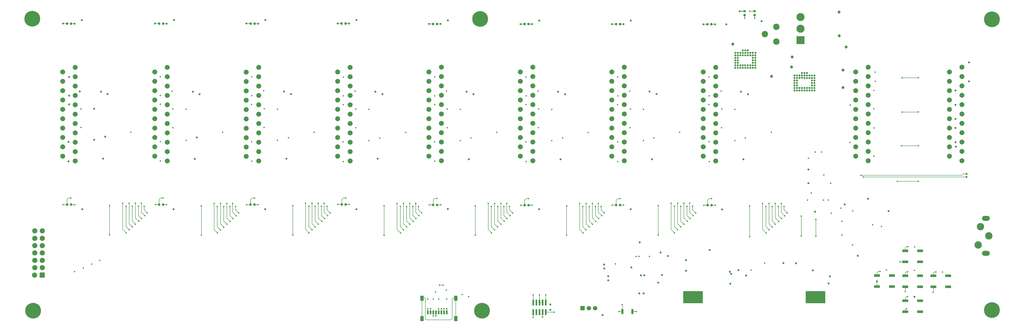
<source format=gbr>
G04 #@! TF.GenerationSoftware,KiCad,Pcbnew,5.1.6-c6e7f7d~87~ubuntu18.04.1*
G04 #@! TF.CreationDate,2020-10-17T10:37:56+01:00*
G04 #@! TF.ProjectId,ossw,6f737377-2e6b-4696-9361-645f70636258,1.1*
G04 #@! TF.SameCoordinates,Original*
G04 #@! TF.FileFunction,Copper,L1,Top*
G04 #@! TF.FilePolarity,Positive*
%FSLAX46Y46*%
G04 Gerber Fmt 4.6, Leading zero omitted, Abs format (unit mm)*
G04 Created by KiCad (PCBNEW 5.1.6-c6e7f7d~87~ubuntu18.04.1) date 2020-10-17 10:37:56*
%MOMM*%
%LPD*%
G01*
G04 APERTURE LIST*
G04 #@! TA.AperFunction,WasherPad*
%ADD10O,3.200000X2.000000*%
G04 #@! TD*
G04 #@! TA.AperFunction,ComponentPad*
%ADD11C,3.000000*%
G04 #@! TD*
G04 #@! TA.AperFunction,ComponentPad*
%ADD12C,2.100000*%
G04 #@! TD*
G04 #@! TA.AperFunction,SMDPad,CuDef*
%ADD13R,0.800000X1.500000*%
G04 #@! TD*
G04 #@! TA.AperFunction,SMDPad,CuDef*
%ADD14R,1.450000X2.000000*%
G04 #@! TD*
G04 #@! TA.AperFunction,SMDPad,CuDef*
%ADD15R,8.000000X5.000000*%
G04 #@! TD*
G04 #@! TA.AperFunction,ComponentPad*
%ADD16C,0.800000*%
G04 #@! TD*
G04 #@! TA.AperFunction,ComponentPad*
%ADD17C,6.400000*%
G04 #@! TD*
G04 #@! TA.AperFunction,ComponentPad*
%ADD18C,1.998980*%
G04 #@! TD*
G04 #@! TA.AperFunction,ComponentPad*
%ADD19R,3.300000X3.300000*%
G04 #@! TD*
G04 #@! TA.AperFunction,ComponentPad*
%ADD20C,3.300000*%
G04 #@! TD*
G04 #@! TA.AperFunction,SMDPad,CuDef*
%ADD21R,0.740000X2.400000*%
G04 #@! TD*
G04 #@! TA.AperFunction,SMDPad,CuDef*
%ADD22R,0.900000X2.000000*%
G04 #@! TD*
G04 #@! TA.AperFunction,SMDPad,CuDef*
%ADD23R,2.450000X1.000000*%
G04 #@! TD*
G04 #@! TA.AperFunction,ComponentPad*
%ADD24C,1.800000*%
G04 #@! TD*
G04 #@! TA.AperFunction,ComponentPad*
%ADD25C,2.600000*%
G04 #@! TD*
G04 #@! TA.AperFunction,ViaPad*
%ADD26C,0.600000*%
G04 #@! TD*
G04 #@! TA.AperFunction,ViaPad*
%ADD27C,0.800000*%
G04 #@! TD*
G04 #@! TA.AperFunction,ViaPad*
%ADD28C,1.200000*%
G04 #@! TD*
G04 #@! TA.AperFunction,Conductor*
%ADD29C,0.250000*%
G04 #@! TD*
G04 #@! TA.AperFunction,Conductor*
%ADD30C,0.200000*%
G04 #@! TD*
G04 APERTURE END LIST*
D10*
X491845200Y-215972000D03*
X491845200Y-230172000D03*
D11*
X492995200Y-223072000D03*
X489645200Y-219322000D03*
X488645200Y-226822000D03*
G04 #@! TA.AperFunction,ComponentPad*
G36*
G01*
X109304800Y-238214300D02*
X109304800Y-239915300D01*
G75*
G02*
X109105300Y-240114800I-199500J0D01*
G01*
X107404300Y-240114800D01*
G75*
G02*
X107204800Y-239915300I0J199500D01*
G01*
X107204800Y-238214300D01*
G75*
G02*
X107404300Y-238014800I199500J0D01*
G01*
X109105300Y-238014800D01*
G75*
G02*
X109304800Y-238214300I0J-199500D01*
G01*
G37*
G04 #@! TD.AperFunction*
D12*
X108254800Y-236064800D03*
X108254800Y-233064800D03*
X108254800Y-230064800D03*
X108254800Y-227064800D03*
X108254800Y-224064800D03*
X108254800Y-221064800D03*
X105154800Y-239064800D03*
X105254800Y-236064800D03*
X105254800Y-233064800D03*
X105254800Y-230064800D03*
X105254800Y-227064800D03*
X105254800Y-224064800D03*
X105254800Y-221064800D03*
D13*
X272694000Y-254229200D03*
X271594000Y-254229200D03*
X270494000Y-254229200D03*
X269394000Y-254229200D03*
X268294000Y-254229200D03*
X267194000Y-254229200D03*
X266094000Y-254229200D03*
X264994000Y-254229200D03*
D14*
X262619000Y-248529200D03*
X276369000Y-248529200D03*
X276369000Y-256829200D03*
X262619000Y-256829200D03*
D15*
X372745000Y-248107200D03*
X422529000Y-248107200D03*
D16*
X288704656Y-251845744D03*
X287007600Y-251142800D03*
X285310544Y-251845744D03*
X284607600Y-253542800D03*
X285310544Y-255239856D03*
X287007600Y-255942800D03*
X288704656Y-255239856D03*
X289407600Y-253542800D03*
D17*
X287007600Y-253542800D03*
D18*
X382031240Y-192582800D03*
X376951240Y-190677800D03*
X382031240Y-188772800D03*
X376951240Y-186867800D03*
X382031240Y-184962800D03*
X376951240Y-183057800D03*
X382031240Y-181152800D03*
X376951240Y-179247800D03*
X382031240Y-177342800D03*
X376951240Y-175437800D03*
X382031240Y-173532800D03*
X376951240Y-171627800D03*
X382031240Y-169722800D03*
X376951240Y-167817800D03*
X382031240Y-165912800D03*
X376951240Y-164007800D03*
X382031240Y-162102800D03*
X376951240Y-160197800D03*
X382031240Y-158292800D03*
X376951240Y-156387800D03*
X382031240Y-154482800D03*
X344845640Y-154432000D03*
X339765640Y-156337000D03*
X344845640Y-158242000D03*
X339765640Y-160147000D03*
X344845640Y-162052000D03*
X339765640Y-163957000D03*
X344845640Y-165862000D03*
X339765640Y-167767000D03*
X344845640Y-169672000D03*
X339765640Y-171577000D03*
X344845640Y-173482000D03*
X339765640Y-175387000D03*
X344845640Y-177292000D03*
X339765640Y-179197000D03*
X344845640Y-181102000D03*
X339765640Y-183007000D03*
X344845640Y-184912000D03*
X339765640Y-186817000D03*
X344845640Y-188722000D03*
X339765640Y-190627000D03*
X344845640Y-192532000D03*
X307660040Y-154432000D03*
X302580040Y-156337000D03*
X307660040Y-158242000D03*
X302580040Y-160147000D03*
X307660040Y-162052000D03*
X302580040Y-163957000D03*
X307660040Y-165862000D03*
X302580040Y-167767000D03*
X307660040Y-169672000D03*
X302580040Y-171577000D03*
X307660040Y-173482000D03*
X302580040Y-175387000D03*
X307660040Y-177292000D03*
X302580040Y-179197000D03*
X307660040Y-181102000D03*
X302580040Y-183007000D03*
X307660040Y-184912000D03*
X302580040Y-186817000D03*
X307660040Y-188722000D03*
X302580040Y-190627000D03*
X307660040Y-192532000D03*
X270474440Y-154432000D03*
X265394440Y-156337000D03*
X270474440Y-158242000D03*
X265394440Y-160147000D03*
X270474440Y-162052000D03*
X265394440Y-163957000D03*
X270474440Y-165862000D03*
X265394440Y-167767000D03*
X270474440Y-169672000D03*
X265394440Y-171577000D03*
X270474440Y-173482000D03*
X265394440Y-175387000D03*
X270474440Y-177292000D03*
X265394440Y-179197000D03*
X270474440Y-181102000D03*
X265394440Y-183007000D03*
X270474440Y-184912000D03*
X265394440Y-186817000D03*
X270474440Y-188722000D03*
X265394440Y-190627000D03*
X270474440Y-192532000D03*
X233390440Y-154482800D03*
X228310440Y-156387800D03*
X233390440Y-158292800D03*
X228310440Y-160197800D03*
X233390440Y-162102800D03*
X228310440Y-164007800D03*
X233390440Y-165912800D03*
X228310440Y-167817800D03*
X233390440Y-169722800D03*
X228310440Y-171627800D03*
X233390440Y-173532800D03*
X228310440Y-175437800D03*
X233390440Y-177342800D03*
X228310440Y-179247800D03*
X233390440Y-181152800D03*
X228310440Y-183057800D03*
X233390440Y-184962800D03*
X228310440Y-186867800D03*
X233390440Y-188772800D03*
X228310440Y-190677800D03*
X233390440Y-192582800D03*
X196204840Y-154533600D03*
X191124840Y-156438600D03*
X196204840Y-158343600D03*
X191124840Y-160248600D03*
X196204840Y-162153600D03*
X191124840Y-164058600D03*
X196204840Y-165963600D03*
X191124840Y-167868600D03*
X196204840Y-169773600D03*
X191124840Y-171678600D03*
X196204840Y-173583600D03*
X191124840Y-175488600D03*
X196204840Y-177393600D03*
X191124840Y-179298600D03*
X196204840Y-181203600D03*
X191124840Y-183108600D03*
X196204840Y-185013600D03*
X191124840Y-186918600D03*
X196204840Y-188823600D03*
X191124840Y-190728600D03*
X196204840Y-192633600D03*
D16*
X287955056Y-133075344D03*
X286258000Y-132372400D03*
X284560944Y-133075344D03*
X283858000Y-134772400D03*
X284560944Y-136469456D03*
X286258000Y-137172400D03*
X287955056Y-136469456D03*
X288658000Y-134772400D03*
D17*
X286258000Y-134772400D03*
G04 #@! TA.AperFunction,SMDPad,CuDef*
G36*
G01*
X379876800Y-210873050D02*
X379876800Y-210360550D01*
G75*
G02*
X380095550Y-210141800I218750J0D01*
G01*
X380533050Y-210141800D01*
G75*
G02*
X380751800Y-210360550I0J-218750D01*
G01*
X380751800Y-210873050D01*
G75*
G02*
X380533050Y-211091800I-218750J0D01*
G01*
X380095550Y-211091800D01*
G75*
G02*
X379876800Y-210873050I0J218750D01*
G01*
G37*
G04 #@! TD.AperFunction*
G04 #@! TA.AperFunction,SMDPad,CuDef*
G36*
G01*
X378301800Y-210873050D02*
X378301800Y-210360550D01*
G75*
G02*
X378520550Y-210141800I218750J0D01*
G01*
X378958050Y-210141800D01*
G75*
G02*
X379176800Y-210360550I0J-218750D01*
G01*
X379176800Y-210873050D01*
G75*
G02*
X378958050Y-211091800I-218750J0D01*
G01*
X378520550Y-211091800D01*
G75*
G02*
X378301800Y-210873050I0J218750D01*
G01*
G37*
G04 #@! TD.AperFunction*
G04 #@! TA.AperFunction,SMDPad,CuDef*
G36*
G01*
X379775200Y-137213050D02*
X379775200Y-136700550D01*
G75*
G02*
X379993950Y-136481800I218750J0D01*
G01*
X380431450Y-136481800D01*
G75*
G02*
X380650200Y-136700550I0J-218750D01*
G01*
X380650200Y-137213050D01*
G75*
G02*
X380431450Y-137431800I-218750J0D01*
G01*
X379993950Y-137431800D01*
G75*
G02*
X379775200Y-137213050I0J218750D01*
G01*
G37*
G04 #@! TD.AperFunction*
G04 #@! TA.AperFunction,SMDPad,CuDef*
G36*
G01*
X378200200Y-137213050D02*
X378200200Y-136700550D01*
G75*
G02*
X378418950Y-136481800I218750J0D01*
G01*
X378856450Y-136481800D01*
G75*
G02*
X379075200Y-136700550I0J-218750D01*
G01*
X379075200Y-137213050D01*
G75*
G02*
X378856450Y-137431800I-218750J0D01*
G01*
X378418950Y-137431800D01*
G75*
G02*
X378200200Y-137213050I0J218750D01*
G01*
G37*
G04 #@! TD.AperFunction*
G04 #@! TA.AperFunction,SMDPad,CuDef*
G36*
G01*
X342640400Y-210822250D02*
X342640400Y-210309750D01*
G75*
G02*
X342859150Y-210091000I218750J0D01*
G01*
X343296650Y-210091000D01*
G75*
G02*
X343515400Y-210309750I0J-218750D01*
G01*
X343515400Y-210822250D01*
G75*
G02*
X343296650Y-211041000I-218750J0D01*
G01*
X342859150Y-211041000D01*
G75*
G02*
X342640400Y-210822250I0J218750D01*
G01*
G37*
G04 #@! TD.AperFunction*
G04 #@! TA.AperFunction,SMDPad,CuDef*
G36*
G01*
X341065400Y-210822250D02*
X341065400Y-210309750D01*
G75*
G02*
X341284150Y-210091000I218750J0D01*
G01*
X341721650Y-210091000D01*
G75*
G02*
X341940400Y-210309750I0J-218750D01*
G01*
X341940400Y-210822250D01*
G75*
G02*
X341721650Y-211041000I-218750J0D01*
G01*
X341284150Y-211041000D01*
G75*
G02*
X341065400Y-210822250I0J218750D01*
G01*
G37*
G04 #@! TD.AperFunction*
G04 #@! TA.AperFunction,SMDPad,CuDef*
G36*
G01*
X342640400Y-137162250D02*
X342640400Y-136649750D01*
G75*
G02*
X342859150Y-136431000I218750J0D01*
G01*
X343296650Y-136431000D01*
G75*
G02*
X343515400Y-136649750I0J-218750D01*
G01*
X343515400Y-137162250D01*
G75*
G02*
X343296650Y-137381000I-218750J0D01*
G01*
X342859150Y-137381000D01*
G75*
G02*
X342640400Y-137162250I0J218750D01*
G01*
G37*
G04 #@! TD.AperFunction*
G04 #@! TA.AperFunction,SMDPad,CuDef*
G36*
G01*
X341065400Y-137162250D02*
X341065400Y-136649750D01*
G75*
G02*
X341284150Y-136431000I218750J0D01*
G01*
X341721650Y-136431000D01*
G75*
G02*
X341940400Y-136649750I0J-218750D01*
G01*
X341940400Y-137162250D01*
G75*
G02*
X341721650Y-137381000I-218750J0D01*
G01*
X341284150Y-137381000D01*
G75*
G02*
X341065400Y-137162250I0J218750D01*
G01*
G37*
G04 #@! TD.AperFunction*
G04 #@! TA.AperFunction,SMDPad,CuDef*
G36*
G01*
X305480300Y-210873050D02*
X305480300Y-210360550D01*
G75*
G02*
X305699050Y-210141800I218750J0D01*
G01*
X306136550Y-210141800D01*
G75*
G02*
X306355300Y-210360550I0J-218750D01*
G01*
X306355300Y-210873050D01*
G75*
G02*
X306136550Y-211091800I-218750J0D01*
G01*
X305699050Y-211091800D01*
G75*
G02*
X305480300Y-210873050I0J218750D01*
G01*
G37*
G04 #@! TD.AperFunction*
G04 #@! TA.AperFunction,SMDPad,CuDef*
G36*
G01*
X303905300Y-210873050D02*
X303905300Y-210360550D01*
G75*
G02*
X304124050Y-210141800I218750J0D01*
G01*
X304561550Y-210141800D01*
G75*
G02*
X304780300Y-210360550I0J-218750D01*
G01*
X304780300Y-210873050D01*
G75*
G02*
X304561550Y-211091800I-218750J0D01*
G01*
X304124050Y-211091800D01*
G75*
G02*
X303905300Y-210873050I0J218750D01*
G01*
G37*
G04 #@! TD.AperFunction*
G04 #@! TA.AperFunction,SMDPad,CuDef*
G36*
G01*
X305454800Y-137111450D02*
X305454800Y-136598950D01*
G75*
G02*
X305673550Y-136380200I218750J0D01*
G01*
X306111050Y-136380200D01*
G75*
G02*
X306329800Y-136598950I0J-218750D01*
G01*
X306329800Y-137111450D01*
G75*
G02*
X306111050Y-137330200I-218750J0D01*
G01*
X305673550Y-137330200D01*
G75*
G02*
X305454800Y-137111450I0J218750D01*
G01*
G37*
G04 #@! TD.AperFunction*
G04 #@! TA.AperFunction,SMDPad,CuDef*
G36*
G01*
X303879800Y-137111450D02*
X303879800Y-136598950D01*
G75*
G02*
X304098550Y-136380200I218750J0D01*
G01*
X304536050Y-136380200D01*
G75*
G02*
X304754800Y-136598950I0J-218750D01*
G01*
X304754800Y-137111450D01*
G75*
G02*
X304536050Y-137330200I-218750J0D01*
G01*
X304098550Y-137330200D01*
G75*
G02*
X303879800Y-137111450I0J218750D01*
G01*
G37*
G04 #@! TD.AperFunction*
G04 #@! TA.AperFunction,SMDPad,CuDef*
G36*
G01*
X268269200Y-210771450D02*
X268269200Y-210258950D01*
G75*
G02*
X268487950Y-210040200I218750J0D01*
G01*
X268925450Y-210040200D01*
G75*
G02*
X269144200Y-210258950I0J-218750D01*
G01*
X269144200Y-210771450D01*
G75*
G02*
X268925450Y-210990200I-218750J0D01*
G01*
X268487950Y-210990200D01*
G75*
G02*
X268269200Y-210771450I0J218750D01*
G01*
G37*
G04 #@! TD.AperFunction*
G04 #@! TA.AperFunction,SMDPad,CuDef*
G36*
G01*
X266694200Y-210771450D02*
X266694200Y-210258950D01*
G75*
G02*
X266912950Y-210040200I218750J0D01*
G01*
X267350450Y-210040200D01*
G75*
G02*
X267569200Y-210258950I0J-218750D01*
G01*
X267569200Y-210771450D01*
G75*
G02*
X267350450Y-210990200I-218750J0D01*
G01*
X266912950Y-210990200D01*
G75*
G02*
X266694200Y-210771450I0J218750D01*
G01*
G37*
G04 #@! TD.AperFunction*
G04 #@! TA.AperFunction,SMDPad,CuDef*
G36*
G01*
X268269200Y-137111450D02*
X268269200Y-136598950D01*
G75*
G02*
X268487950Y-136380200I218750J0D01*
G01*
X268925450Y-136380200D01*
G75*
G02*
X269144200Y-136598950I0J-218750D01*
G01*
X269144200Y-137111450D01*
G75*
G02*
X268925450Y-137330200I-218750J0D01*
G01*
X268487950Y-137330200D01*
G75*
G02*
X268269200Y-137111450I0J218750D01*
G01*
G37*
G04 #@! TD.AperFunction*
G04 #@! TA.AperFunction,SMDPad,CuDef*
G36*
G01*
X266694200Y-137111450D02*
X266694200Y-136598950D01*
G75*
G02*
X266912950Y-136380200I218750J0D01*
G01*
X267350450Y-136380200D01*
G75*
G02*
X267569200Y-136598950I0J-218750D01*
G01*
X267569200Y-137111450D01*
G75*
G02*
X267350450Y-137330200I-218750J0D01*
G01*
X266912950Y-137330200D01*
G75*
G02*
X266694200Y-137111450I0J218750D01*
G01*
G37*
G04 #@! TD.AperFunction*
G04 #@! TA.AperFunction,SMDPad,CuDef*
G36*
G01*
X231134400Y-210568250D02*
X231134400Y-210055750D01*
G75*
G02*
X231353150Y-209837000I218750J0D01*
G01*
X231790650Y-209837000D01*
G75*
G02*
X232009400Y-210055750I0J-218750D01*
G01*
X232009400Y-210568250D01*
G75*
G02*
X231790650Y-210787000I-218750J0D01*
G01*
X231353150Y-210787000D01*
G75*
G02*
X231134400Y-210568250I0J218750D01*
G01*
G37*
G04 #@! TD.AperFunction*
G04 #@! TA.AperFunction,SMDPad,CuDef*
G36*
G01*
X229559400Y-210568250D02*
X229559400Y-210055750D01*
G75*
G02*
X229778150Y-209837000I218750J0D01*
G01*
X230215650Y-209837000D01*
G75*
G02*
X230434400Y-210055750I0J-218750D01*
G01*
X230434400Y-210568250D01*
G75*
G02*
X230215650Y-210787000I-218750J0D01*
G01*
X229778150Y-210787000D01*
G75*
G02*
X229559400Y-210568250I0J218750D01*
G01*
G37*
G04 #@! TD.AperFunction*
G04 #@! TA.AperFunction,SMDPad,CuDef*
G36*
G01*
X231083600Y-136908250D02*
X231083600Y-136395750D01*
G75*
G02*
X231302350Y-136177000I218750J0D01*
G01*
X231739850Y-136177000D01*
G75*
G02*
X231958600Y-136395750I0J-218750D01*
G01*
X231958600Y-136908250D01*
G75*
G02*
X231739850Y-137127000I-218750J0D01*
G01*
X231302350Y-137127000D01*
G75*
G02*
X231083600Y-136908250I0J218750D01*
G01*
G37*
G04 #@! TD.AperFunction*
G04 #@! TA.AperFunction,SMDPad,CuDef*
G36*
G01*
X229508600Y-136908250D02*
X229508600Y-136395750D01*
G75*
G02*
X229727350Y-136177000I218750J0D01*
G01*
X230164850Y-136177000D01*
G75*
G02*
X230383600Y-136395750I0J-218750D01*
G01*
X230383600Y-136908250D01*
G75*
G02*
X230164850Y-137127000I-218750J0D01*
G01*
X229727350Y-137127000D01*
G75*
G02*
X229508600Y-136908250I0J218750D01*
G01*
G37*
G04 #@! TD.AperFunction*
G04 #@! TA.AperFunction,SMDPad,CuDef*
G36*
G01*
X194050400Y-210619050D02*
X194050400Y-210106550D01*
G75*
G02*
X194269150Y-209887800I218750J0D01*
G01*
X194706650Y-209887800D01*
G75*
G02*
X194925400Y-210106550I0J-218750D01*
G01*
X194925400Y-210619050D01*
G75*
G02*
X194706650Y-210837800I-218750J0D01*
G01*
X194269150Y-210837800D01*
G75*
G02*
X194050400Y-210619050I0J218750D01*
G01*
G37*
G04 #@! TD.AperFunction*
G04 #@! TA.AperFunction,SMDPad,CuDef*
G36*
G01*
X192475400Y-210619050D02*
X192475400Y-210106550D01*
G75*
G02*
X192694150Y-209887800I218750J0D01*
G01*
X193131650Y-209887800D01*
G75*
G02*
X193350400Y-210106550I0J-218750D01*
G01*
X193350400Y-210619050D01*
G75*
G02*
X193131650Y-210837800I-218750J0D01*
G01*
X192694150Y-210837800D01*
G75*
G02*
X192475400Y-210619050I0J218750D01*
G01*
G37*
G04 #@! TD.AperFunction*
G04 #@! TA.AperFunction,SMDPad,CuDef*
G36*
G01*
X194101200Y-136959050D02*
X194101200Y-136446550D01*
G75*
G02*
X194319950Y-136227800I218750J0D01*
G01*
X194757450Y-136227800D01*
G75*
G02*
X194976200Y-136446550I0J-218750D01*
G01*
X194976200Y-136959050D01*
G75*
G02*
X194757450Y-137177800I-218750J0D01*
G01*
X194319950Y-137177800D01*
G75*
G02*
X194101200Y-136959050I0J218750D01*
G01*
G37*
G04 #@! TD.AperFunction*
G04 #@! TA.AperFunction,SMDPad,CuDef*
G36*
G01*
X192526200Y-136959050D02*
X192526200Y-136446550D01*
G75*
G02*
X192744950Y-136227800I218750J0D01*
G01*
X193182450Y-136227800D01*
G75*
G02*
X193401200Y-136446550I0J-218750D01*
G01*
X193401200Y-136959050D01*
G75*
G02*
X193182450Y-137177800I-218750J0D01*
G01*
X192744950Y-137177800D01*
G75*
G02*
X192526200Y-136959050I0J218750D01*
G01*
G37*
G04 #@! TD.AperFunction*
D16*
X105887856Y-133024544D03*
X104190800Y-132321600D03*
X102493744Y-133024544D03*
X101790800Y-134721600D03*
X102493744Y-136418656D03*
X104190800Y-137121600D03*
X105887856Y-136418656D03*
X106590800Y-134721600D03*
D17*
X104190800Y-134721600D03*
D16*
X495943256Y-251642544D03*
X494246200Y-250939600D03*
X492549144Y-251642544D03*
X491846200Y-253339600D03*
X492549144Y-255036656D03*
X494246200Y-255739600D03*
X495943256Y-255036656D03*
X496646200Y-253339600D03*
D17*
X494246200Y-253339600D03*
D16*
X495930256Y-133227744D03*
X494233200Y-132524800D03*
X492536144Y-133227744D03*
X491833200Y-134924800D03*
X492536144Y-136621856D03*
X494233200Y-137324800D03*
X495930256Y-136621856D03*
X496633200Y-134924800D03*
D17*
X494233200Y-134924800D03*
D16*
X106243456Y-251845744D03*
X104546400Y-251142800D03*
X102849344Y-251845744D03*
X102146400Y-253542800D03*
X102849344Y-255239856D03*
X104546400Y-255942800D03*
X106243456Y-255239856D03*
X106946400Y-253542800D03*
D17*
X104546400Y-253542800D03*
D19*
X416471100Y-143434800D03*
D20*
X416471100Y-138734800D03*
X416471100Y-134034800D03*
D18*
X121630440Y-154482800D03*
X116550440Y-156387800D03*
X121630440Y-158292800D03*
X116550440Y-160197800D03*
X121630440Y-162102800D03*
X116550440Y-164007800D03*
X121630440Y-165912800D03*
X116550440Y-167817800D03*
X121630440Y-169722800D03*
X116550440Y-171627800D03*
X121630440Y-173532800D03*
X116550440Y-175437800D03*
X121630440Y-177342800D03*
X116550440Y-179247800D03*
X121630440Y-181152800D03*
X116550440Y-183057800D03*
X121630440Y-184962800D03*
X116550440Y-186867800D03*
X121630440Y-188772800D03*
X116550440Y-190677800D03*
X121630440Y-192582800D03*
X159031940Y-154482800D03*
X153951940Y-156387800D03*
X159031940Y-158292800D03*
X153951940Y-160197800D03*
X159031940Y-162102800D03*
X153951940Y-164007800D03*
X159031940Y-165912800D03*
X153951940Y-167817800D03*
X159031940Y-169722800D03*
X153951940Y-171627800D03*
X159031940Y-173532800D03*
X153951940Y-175437800D03*
X159031940Y-177342800D03*
X153951940Y-179247800D03*
X159031940Y-181152800D03*
X153951940Y-183057800D03*
X159031940Y-184962800D03*
X153951940Y-186867800D03*
X159031940Y-188772800D03*
X153951940Y-190677800D03*
X159031940Y-192582800D03*
X443956440Y-154432000D03*
X438876440Y-156337000D03*
X443956440Y-158242000D03*
X438876440Y-160147000D03*
X443956440Y-162052000D03*
X438876440Y-163957000D03*
X443956440Y-165862000D03*
X438876440Y-167767000D03*
X443956440Y-169672000D03*
X438876440Y-171577000D03*
X443956440Y-173482000D03*
X438876440Y-175387000D03*
X443956440Y-177292000D03*
X438876440Y-179197000D03*
X443956440Y-181102000D03*
X438876440Y-183007000D03*
X443956440Y-184912000D03*
X438876440Y-186817000D03*
X443956440Y-188722000D03*
X438876440Y-190627000D03*
X443956440Y-192532000D03*
X482056440Y-154432000D03*
X476976440Y-156337000D03*
X482056440Y-158242000D03*
X476976440Y-160147000D03*
X482056440Y-162052000D03*
X476976440Y-163957000D03*
X482056440Y-165862000D03*
X476976440Y-167767000D03*
X482056440Y-169672000D03*
X476976440Y-171577000D03*
X482056440Y-173482000D03*
X476976440Y-175387000D03*
X482056440Y-177292000D03*
X476976440Y-179197000D03*
X482056440Y-181102000D03*
X476976440Y-183007000D03*
X482056440Y-184912000D03*
X476976440Y-186817000D03*
X482056440Y-188722000D03*
X476976440Y-190627000D03*
X482056440Y-192532000D03*
G04 #@! TA.AperFunction,SMDPad,CuDef*
G36*
G01*
X119526800Y-136959050D02*
X119526800Y-136446550D01*
G75*
G02*
X119745550Y-136227800I218750J0D01*
G01*
X120183050Y-136227800D01*
G75*
G02*
X120401800Y-136446550I0J-218750D01*
G01*
X120401800Y-136959050D01*
G75*
G02*
X120183050Y-137177800I-218750J0D01*
G01*
X119745550Y-137177800D01*
G75*
G02*
X119526800Y-136959050I0J218750D01*
G01*
G37*
G04 #@! TD.AperFunction*
G04 #@! TA.AperFunction,SMDPad,CuDef*
G36*
G01*
X117951800Y-136959050D02*
X117951800Y-136446550D01*
G75*
G02*
X118170550Y-136227800I218750J0D01*
G01*
X118608050Y-136227800D01*
G75*
G02*
X118826800Y-136446550I0J-218750D01*
G01*
X118826800Y-136959050D01*
G75*
G02*
X118608050Y-137177800I-218750J0D01*
G01*
X118170550Y-137177800D01*
G75*
G02*
X117951800Y-136959050I0J218750D01*
G01*
G37*
G04 #@! TD.AperFunction*
G04 #@! TA.AperFunction,SMDPad,CuDef*
G36*
G01*
X119526800Y-210619050D02*
X119526800Y-210106550D01*
G75*
G02*
X119745550Y-209887800I218750J0D01*
G01*
X120183050Y-209887800D01*
G75*
G02*
X120401800Y-210106550I0J-218750D01*
G01*
X120401800Y-210619050D01*
G75*
G02*
X120183050Y-210837800I-218750J0D01*
G01*
X119745550Y-210837800D01*
G75*
G02*
X119526800Y-210619050I0J218750D01*
G01*
G37*
G04 #@! TD.AperFunction*
G04 #@! TA.AperFunction,SMDPad,CuDef*
G36*
G01*
X117951800Y-210619050D02*
X117951800Y-210106550D01*
G75*
G02*
X118170550Y-209887800I218750J0D01*
G01*
X118608050Y-209887800D01*
G75*
G02*
X118826800Y-210106550I0J-218750D01*
G01*
X118826800Y-210619050D01*
G75*
G02*
X118608050Y-210837800I-218750J0D01*
G01*
X118170550Y-210837800D01*
G75*
G02*
X117951800Y-210619050I0J218750D01*
G01*
G37*
G04 #@! TD.AperFunction*
G04 #@! TA.AperFunction,SMDPad,CuDef*
G36*
G01*
X155353300Y-136959050D02*
X155353300Y-136446550D01*
G75*
G02*
X155572050Y-136227800I218750J0D01*
G01*
X156009550Y-136227800D01*
G75*
G02*
X156228300Y-136446550I0J-218750D01*
G01*
X156228300Y-136959050D01*
G75*
G02*
X156009550Y-137177800I-218750J0D01*
G01*
X155572050Y-137177800D01*
G75*
G02*
X155353300Y-136959050I0J218750D01*
G01*
G37*
G04 #@! TD.AperFunction*
G04 #@! TA.AperFunction,SMDPad,CuDef*
G36*
G01*
X156928300Y-136959050D02*
X156928300Y-136446550D01*
G75*
G02*
X157147050Y-136227800I218750J0D01*
G01*
X157584550Y-136227800D01*
G75*
G02*
X157803300Y-136446550I0J-218750D01*
G01*
X157803300Y-136959050D01*
G75*
G02*
X157584550Y-137177800I-218750J0D01*
G01*
X157147050Y-137177800D01*
G75*
G02*
X156928300Y-136959050I0J218750D01*
G01*
G37*
G04 #@! TD.AperFunction*
G04 #@! TA.AperFunction,SMDPad,CuDef*
G36*
G01*
X156928300Y-210619050D02*
X156928300Y-210106550D01*
G75*
G02*
X157147050Y-209887800I218750J0D01*
G01*
X157584550Y-209887800D01*
G75*
G02*
X157803300Y-210106550I0J-218750D01*
G01*
X157803300Y-210619050D01*
G75*
G02*
X157584550Y-210837800I-218750J0D01*
G01*
X157147050Y-210837800D01*
G75*
G02*
X156928300Y-210619050I0J218750D01*
G01*
G37*
G04 #@! TD.AperFunction*
G04 #@! TA.AperFunction,SMDPad,CuDef*
G36*
G01*
X155353300Y-210619050D02*
X155353300Y-210106550D01*
G75*
G02*
X155572050Y-209887800I218750J0D01*
G01*
X156009550Y-209887800D01*
G75*
G02*
X156228300Y-210106550I0J-218750D01*
G01*
X156228300Y-210619050D01*
G75*
G02*
X156009550Y-210837800I-218750J0D01*
G01*
X155572050Y-210837800D01*
G75*
G02*
X155353300Y-210619050I0J218750D01*
G01*
G37*
G04 #@! TD.AperFunction*
G04 #@! TA.AperFunction,SMDPad,CuDef*
G36*
G01*
X397533150Y-131210600D02*
X398045650Y-131210600D01*
G75*
G02*
X398264400Y-131429350I0J-218750D01*
G01*
X398264400Y-131866850D01*
G75*
G02*
X398045650Y-132085600I-218750J0D01*
G01*
X397533150Y-132085600D01*
G75*
G02*
X397314400Y-131866850I0J218750D01*
G01*
X397314400Y-131429350D01*
G75*
G02*
X397533150Y-131210600I218750J0D01*
G01*
G37*
G04 #@! TD.AperFunction*
G04 #@! TA.AperFunction,SMDPad,CuDef*
G36*
G01*
X397533150Y-132785600D02*
X398045650Y-132785600D01*
G75*
G02*
X398264400Y-133004350I0J-218750D01*
G01*
X398264400Y-133441850D01*
G75*
G02*
X398045650Y-133660600I-218750J0D01*
G01*
X397533150Y-133660600D01*
G75*
G02*
X397314400Y-133441850I0J218750D01*
G01*
X397314400Y-133004350D01*
G75*
G02*
X397533150Y-132785600I218750J0D01*
G01*
G37*
G04 #@! TD.AperFunction*
G04 #@! TA.AperFunction,SMDPad,CuDef*
G36*
G01*
X393469150Y-131210600D02*
X393981650Y-131210600D01*
G75*
G02*
X394200400Y-131429350I0J-218750D01*
G01*
X394200400Y-131866850D01*
G75*
G02*
X393981650Y-132085600I-218750J0D01*
G01*
X393469150Y-132085600D01*
G75*
G02*
X393250400Y-131866850I0J218750D01*
G01*
X393250400Y-131429350D01*
G75*
G02*
X393469150Y-131210600I218750J0D01*
G01*
G37*
G04 #@! TD.AperFunction*
G04 #@! TA.AperFunction,SMDPad,CuDef*
G36*
G01*
X393469150Y-132785600D02*
X393981650Y-132785600D01*
G75*
G02*
X394200400Y-133004350I0J-218750D01*
G01*
X394200400Y-133441850D01*
G75*
G02*
X393981650Y-133660600I-218750J0D01*
G01*
X393469150Y-133660600D01*
G75*
G02*
X393250400Y-133441850I0J218750D01*
G01*
X393250400Y-133004350D01*
G75*
G02*
X393469150Y-132785600I218750J0D01*
G01*
G37*
G04 #@! TD.AperFunction*
D21*
X312889900Y-250259300D03*
X312889900Y-254159300D03*
X311619900Y-250259300D03*
X311619900Y-254159300D03*
X310349900Y-250259300D03*
X310349900Y-254159300D03*
X309079900Y-250259300D03*
X309079900Y-254159300D03*
X307809900Y-250259300D03*
X307809900Y-254159300D03*
D22*
X344050400Y-253898400D03*
X348150400Y-253898400D03*
D23*
X459024000Y-233654600D03*
X459024000Y-229154600D03*
X465074000Y-233654600D03*
X465074000Y-229154600D03*
X447548000Y-243742600D03*
X447548000Y-239242600D03*
X453598000Y-243742600D03*
X453598000Y-239242600D03*
X459024000Y-243814600D03*
X459024000Y-239314600D03*
X465074000Y-243814600D03*
X465074000Y-239314600D03*
X465074000Y-249474600D03*
X465074000Y-253974600D03*
X459024000Y-249474600D03*
X459024000Y-253974600D03*
X476504000Y-239314600D03*
X476504000Y-243814600D03*
X470454000Y-239314600D03*
X470454000Y-243814600D03*
G04 #@! TA.AperFunction,ComponentPad*
G36*
G01*
X326975900Y-253176600D02*
X326975900Y-251877000D01*
G75*
G02*
X327226100Y-251626800I250200J0D01*
G01*
X328525700Y-251626800D01*
G75*
G02*
X328775900Y-251877000I0J-250200D01*
G01*
X328775900Y-253176600D01*
G75*
G02*
X328525700Y-253426800I-250200J0D01*
G01*
X327226100Y-253426800D01*
G75*
G02*
X326975900Y-253176600I0J250200D01*
G01*
G37*
G04 #@! TD.AperFunction*
D24*
X330415900Y-252526800D03*
X332955900Y-252526800D03*
D25*
X406654000Y-143979900D03*
X406654000Y-137979900D03*
X401954000Y-140979900D03*
D26*
X342087200Y-184861200D03*
X342188800Y-192836800D03*
X347268800Y-171450000D03*
X347218000Y-179070000D03*
X379374400Y-166116000D03*
X379272800Y-184861200D03*
X379374400Y-192836800D03*
X384454400Y-171450000D03*
X379323600Y-169672000D03*
X384403600Y-179070000D03*
X384200400Y-164134800D03*
X230632000Y-166116000D03*
X230530400Y-184861200D03*
X241046000Y-184353200D03*
X230632000Y-192836800D03*
X235712000Y-171450000D03*
X230581200Y-169672000D03*
X235661200Y-179070000D03*
X241046000Y-171653200D03*
X235458000Y-164134800D03*
X267817600Y-166116000D03*
X267716000Y-184861200D03*
X278231600Y-184353200D03*
X272897600Y-171450000D03*
X267766800Y-169672000D03*
X272846800Y-179070000D03*
X278231600Y-171653200D03*
X272643600Y-164134800D03*
X304952400Y-166116000D03*
X304850800Y-184861200D03*
X315366400Y-184353200D03*
X304952400Y-192836800D03*
X310032400Y-171450000D03*
X304901600Y-169672000D03*
X309981600Y-179070000D03*
X315366400Y-171653200D03*
X309778400Y-164134800D03*
X342188800Y-166116000D03*
X352602800Y-184353200D03*
X342138000Y-169672000D03*
X352602800Y-171653200D03*
X347014800Y-164134800D03*
X389788400Y-184353200D03*
X389788400Y-171653200D03*
X255969500Y-180988700D03*
D27*
X243687600Y-164439600D03*
D26*
X293002700Y-180937900D03*
D27*
X280720800Y-164388800D03*
D26*
X330188300Y-180988700D03*
D27*
X317906400Y-164439600D03*
D26*
X367373900Y-180887100D03*
D27*
X355092000Y-164338000D03*
D26*
X404559500Y-180937900D03*
D27*
X392277600Y-164388800D03*
D26*
X267766800Y-192735200D03*
D27*
X206502000Y-164338000D03*
X391693400Y-131673600D03*
D26*
X310349900Y-247129300D03*
X307809900Y-247129300D03*
X470408000Y-246100600D03*
X459003400Y-245821200D03*
X456844400Y-233654600D03*
D27*
X447522600Y-241604800D03*
X479602800Y-186791600D03*
X479475800Y-184962800D03*
X479475800Y-175488600D03*
X479475800Y-169773600D03*
X479475800Y-163880800D03*
X484962200Y-160223200D03*
X484962200Y-152476200D03*
X479475800Y-179146200D03*
X362559600Y-231343200D03*
X351052625Y-225730575D03*
X352983800Y-239141000D03*
X347700600Y-235966000D03*
X336689700Y-236410500D03*
X338340700Y-239534700D03*
X338328000Y-241173000D03*
X394335000Y-239293400D03*
X391261600Y-237032800D03*
X352729800Y-246507000D03*
X350951800Y-246507000D03*
X360172101Y-239039501D03*
X427913800Y-242519200D03*
X428371000Y-239623600D03*
X369925600Y-233019600D03*
X379552200Y-228879400D03*
X314782200Y-251002800D03*
X118922800Y-192760600D03*
X118922800Y-184785000D03*
X119176800Y-169595800D03*
X119176800Y-166014400D03*
X123545600Y-164312600D03*
X119176800Y-158369000D03*
X129362200Y-171373800D03*
X129362200Y-183946800D03*
D28*
X412775400Y-154305000D03*
X413029400Y-150241000D03*
X404698200Y-158140400D03*
X433730400Y-155575000D03*
X433730400Y-162687000D03*
X435000400Y-146177000D03*
X432079400Y-131953000D03*
X432206400Y-141605000D03*
X388899400Y-145034000D03*
D27*
X169468800Y-164388800D03*
X132130800Y-164388800D03*
D26*
X156311600Y-158292800D03*
X156311600Y-165912800D03*
X156311600Y-169468800D03*
X156311600Y-184708800D03*
X156311600Y-192582800D03*
X166776400Y-184200800D03*
X161391600Y-179070000D03*
X124002800Y-171450000D03*
X161391600Y-171450000D03*
X161036000Y-164185600D03*
X436575200Y-185115200D03*
X446328800Y-190703200D03*
X446328800Y-179120800D03*
X446278000Y-171399200D03*
X436676800Y-169875200D03*
X446278000Y-163880800D03*
X446836800Y-160172400D03*
X446836800Y-156464000D03*
D27*
X452272400Y-213055200D03*
D26*
X445719200Y-218643200D03*
X449376800Y-219252800D03*
X437692800Y-212953600D03*
X433273200Y-217170000D03*
X433273200Y-222758000D03*
X437642000Y-226822000D03*
X181610000Y-180949600D03*
X124002800Y-179019200D03*
X166776400Y-171500800D03*
X355041200Y-231444800D03*
X350824800Y-231444800D03*
X144221200Y-180949600D03*
X396392400Y-237083600D03*
X349707200Y-253898400D03*
X203860400Y-171551600D03*
X203860400Y-184251600D03*
X198272400Y-164033200D03*
X193395600Y-169570400D03*
X193446400Y-166014400D03*
X193446400Y-158343600D03*
X198526400Y-171348400D03*
X193344800Y-184759600D03*
X193446400Y-192735200D03*
X198475600Y-178968400D03*
X218783900Y-180887100D03*
X230682800Y-158496000D03*
X304901600Y-158394400D03*
X267766800Y-158445200D03*
X342138000Y-158394400D03*
X379272800Y-158445200D03*
X459524100Y-252793500D03*
X427837600Y-208534000D03*
X425805600Y-208534000D03*
X420852600Y-205613000D03*
X432917600Y-211836000D03*
X428726600Y-201676000D03*
X425043600Y-188976000D03*
X422503600Y-188976000D03*
X419709600Y-191516000D03*
X425932600Y-198247000D03*
D27*
X414629600Y-234238800D03*
D26*
X267208000Y-248869200D03*
X269392400Y-248869200D03*
X267157200Y-255676400D03*
X341274400Y-234492800D03*
X121361200Y-237642400D03*
X124968000Y-236169200D03*
X128320800Y-234594400D03*
X131673600Y-233121200D03*
X395884400Y-131622800D03*
X143586200Y-209804000D03*
X144843500Y-219456000D03*
X403682200Y-209854800D03*
X404939500Y-219506800D03*
X366496600Y-209804000D03*
X367753900Y-219456000D03*
X329311000Y-209905600D03*
X330568300Y-219456000D03*
X292125400Y-209854800D03*
X293382700Y-219456000D03*
X255092200Y-209905600D03*
X256349500Y-219456000D03*
X217906600Y-209804000D03*
X219163900Y-219456000D03*
X180721000Y-209854800D03*
X181978300Y-219506800D03*
X144868900Y-211074000D03*
X146138900Y-218313000D03*
X406234900Y-218363800D03*
X404964900Y-211124800D03*
X369049300Y-218313000D03*
X367779300Y-211074000D03*
X331863700Y-218338400D03*
X330593700Y-211175600D03*
X294678100Y-218338400D03*
X293408100Y-211124800D03*
X257606800Y-218338400D03*
X256374900Y-211175600D03*
X219189300Y-211074000D03*
X220459300Y-218313000D03*
X182003700Y-211124800D03*
X183273700Y-218363800D03*
X146138900Y-209804000D03*
X147535900Y-217170000D03*
X407631900Y-217220800D03*
X406234900Y-209854800D03*
X370446300Y-217170000D03*
X369049300Y-209804000D03*
X333248000Y-217220800D03*
X331863700Y-209905600D03*
X296075100Y-217170000D03*
X294678100Y-209854800D03*
X259041900Y-217220800D03*
X257644900Y-209905600D03*
X220459300Y-209804000D03*
X221856300Y-217170000D03*
X183273700Y-209854800D03*
X184670700Y-217220800D03*
X147383500Y-211074000D03*
X148653500Y-216027000D03*
X407479500Y-211124800D03*
X408749500Y-216077800D03*
X370293900Y-211074000D03*
X371563900Y-216027000D03*
X333108300Y-211175600D03*
X334378300Y-216052400D03*
X295922700Y-211124800D03*
X297192700Y-216052400D03*
X258889500Y-211175600D03*
X260159500Y-216052400D03*
X221703900Y-211074000D03*
X222973900Y-216027000D03*
X184518300Y-211124800D03*
X185788300Y-216077800D03*
D27*
X121399300Y-136702800D03*
D26*
X119888000Y-207695800D03*
D27*
X116763800Y-136639300D03*
D26*
X116763800Y-210362800D03*
X121462800Y-210362800D03*
D27*
X158800800Y-136702800D03*
X154101800Y-136677400D03*
D26*
X157327600Y-207721200D03*
X154228800Y-210362800D03*
X158826200Y-210362800D03*
X397789400Y-134467600D03*
X393725400Y-134467600D03*
X149669500Y-211074000D03*
X150939500Y-213741000D03*
X409765500Y-211124800D03*
X411035500Y-213791800D03*
X372579900Y-211074000D03*
X373849900Y-213741000D03*
X335394300Y-211175600D03*
X336664300Y-213766400D03*
X298208700Y-211124800D03*
X299478700Y-213766400D03*
X261175500Y-211175600D03*
X262432800Y-213766400D03*
X223989900Y-211074000D03*
X225259900Y-213741000D03*
X186804300Y-211124800D03*
X188074300Y-213791800D03*
D27*
X483920800Y-199136000D03*
D26*
X441934600Y-199136000D03*
X316280800Y-254177800D03*
X311619900Y-256209800D03*
X142278100Y-211074000D03*
X143548100Y-220599000D03*
X403644100Y-220649800D03*
X402374100Y-211124800D03*
X366458500Y-220599000D03*
X365188500Y-211074000D03*
X329272900Y-220624400D03*
X328002900Y-211175600D03*
X292087300Y-220624400D03*
X290817300Y-211124800D03*
X255054100Y-220624400D03*
X253784100Y-211175600D03*
X216598500Y-211074000D03*
X217868500Y-220599000D03*
X179412900Y-211124800D03*
X180682900Y-220649800D03*
X140957300Y-209804000D03*
X142354300Y-221869000D03*
X401053300Y-209854800D03*
X402450300Y-221919800D03*
X363867700Y-209804000D03*
X365264700Y-221869000D03*
X326682100Y-209905600D03*
X328079100Y-221894400D03*
X289496500Y-209854800D03*
X290893500Y-221894400D03*
X252463300Y-209905600D03*
X253860300Y-221894400D03*
X215277700Y-209804000D03*
X216674700Y-221869000D03*
X178092100Y-209854800D03*
X179489100Y-221919800D03*
X416788600Y-215011000D03*
X416788600Y-223088200D03*
X135585200Y-210718400D03*
X135585200Y-222707200D03*
X172847000Y-210870800D03*
X172923200Y-222859600D03*
X344017600Y-251155200D03*
X342696800Y-253898400D03*
X460121000Y-227533200D03*
X448818000Y-237591600D03*
X459968600Y-237718600D03*
X459994000Y-247878600D03*
X471449400Y-237820200D03*
X455828400Y-200914000D03*
X464362800Y-200914000D03*
X464400900Y-186397900D03*
X457504800Y-186436000D03*
X457758800Y-172720000D03*
X464413600Y-172669200D03*
X464362800Y-158750000D03*
X457784200Y-158750000D03*
X307809900Y-256273300D03*
D27*
X389864600Y-154686000D03*
X318922400Y-191959000D03*
X310286400Y-135432800D03*
X244602000Y-191654200D03*
X235940600Y-212217000D03*
X386283200Y-136956800D03*
X347472000Y-135432800D03*
X235966000Y-135178800D03*
X384657600Y-212344000D03*
X393293600Y-191959000D03*
X347446600Y-212242400D03*
X356108000Y-191908200D03*
X273100800Y-135382000D03*
X273151600Y-212191600D03*
X281686000Y-191908200D03*
X310235600Y-212293200D03*
X395122400Y-165404800D03*
X357936800Y-165354000D03*
X320751200Y-165455600D03*
X283565600Y-165404800D03*
X246532400Y-165455600D03*
X207518000Y-191705000D03*
X209346800Y-165354000D03*
X198856600Y-212242400D03*
X198983600Y-135229600D03*
X393966700Y-153644600D03*
X393979400Y-154686000D03*
X394995400Y-153670000D03*
X396011400Y-153670000D03*
X397027400Y-153670000D03*
X398043400Y-153670000D03*
X394995400Y-154686000D03*
X396011400Y-154686000D03*
X397027400Y-154686000D03*
X392963400Y-153670000D03*
X391947400Y-153670000D03*
X390931400Y-153670000D03*
X389915400Y-153670000D03*
X390931400Y-154686000D03*
X391947400Y-154686000D03*
X392963400Y-154686000D03*
X389915400Y-152654000D03*
X390931400Y-152654000D03*
X389915400Y-151638000D03*
X390931400Y-151638000D03*
X390931400Y-150622000D03*
X389915400Y-150622000D03*
X389915400Y-149606000D03*
X390931400Y-149606000D03*
X390931400Y-148590000D03*
X389915400Y-148590000D03*
X391947400Y-149606000D03*
X392963400Y-149606000D03*
X393979400Y-149606000D03*
X394995400Y-149606000D03*
X396011400Y-149606000D03*
X397027400Y-149606000D03*
X398043400Y-149606000D03*
X398043400Y-150622000D03*
X398043400Y-152654000D03*
X398043400Y-151638000D03*
X391947400Y-148590000D03*
X392963400Y-148590000D03*
X393979400Y-148590000D03*
X394995400Y-148590000D03*
X396011400Y-148590000D03*
X397027400Y-148590000D03*
X398170400Y-148590000D03*
X392963400Y-147574000D03*
X394995400Y-147574000D03*
X393979400Y-147574000D03*
X397027400Y-152654000D03*
X397027400Y-151638000D03*
X397027400Y-150622000D03*
X161747200Y-135229600D03*
X134772400Y-165354000D03*
X172212000Y-165455600D03*
X398043400Y-154686000D03*
X124561600Y-212293200D03*
X161645600Y-212242400D03*
X132994400Y-191668400D03*
X170281600Y-191755800D03*
X124358500Y-135280500D03*
D26*
X419328600Y-208534000D03*
D27*
X419709600Y-196088000D03*
X419709600Y-201676000D03*
X439724800Y-231190800D03*
X422376600Y-213233000D03*
X434441600Y-210312000D03*
X421487600Y-237134400D03*
D26*
X462788000Y-237147100D03*
X451383500Y-236982100D03*
X312889900Y-247129300D03*
D27*
X418045900Y-162915600D03*
X418045900Y-163931600D03*
X419061900Y-162915600D03*
X419061900Y-163931600D03*
X420077900Y-163931600D03*
X420077900Y-162915600D03*
X421093900Y-162915600D03*
X421093900Y-163931600D03*
X417029900Y-163931600D03*
X416013900Y-162915600D03*
X416013900Y-163931600D03*
X414997900Y-163931600D03*
X414997900Y-162915600D03*
X414997900Y-161899600D03*
X421093900Y-161899600D03*
X414997900Y-160883600D03*
X414997900Y-159867600D03*
X414997900Y-158851600D03*
X414997900Y-157835600D03*
X416013900Y-157835600D03*
X417029900Y-157835600D03*
X418045900Y-157835600D03*
X419061900Y-157835600D03*
X420077900Y-157835600D03*
X421093900Y-157835600D03*
X421093900Y-158851600D03*
X413981900Y-163931600D03*
X413981900Y-162915600D03*
X413981900Y-161899600D03*
X413981900Y-160883600D03*
X413981900Y-159867600D03*
X413981900Y-158851600D03*
X422109900Y-163931600D03*
X422109900Y-162915600D03*
X422109900Y-158851600D03*
X422109900Y-159867600D03*
X422109900Y-157835600D03*
X422109900Y-161899600D03*
X422109900Y-160883600D03*
X421093900Y-160883600D03*
X421093900Y-159867600D03*
X418045900Y-156819600D03*
X419061900Y-156819600D03*
X400583400Y-135737600D03*
D26*
X474218000Y-237845600D03*
D27*
X133807200Y-182676800D03*
D26*
X462813500Y-227584100D03*
D27*
X443890400Y-208026000D03*
X171094400Y-183057800D03*
X462788000Y-247878600D03*
X419049200Y-158800800D03*
X420065200Y-158800800D03*
X417017200Y-158775400D03*
X416001200Y-158800800D03*
X418045900Y-158813500D03*
X359587699Y-229895501D03*
X351637600Y-239141000D03*
X336651600Y-234797600D03*
X387781800Y-237718600D03*
X388226400Y-238620400D03*
X358597200Y-242112800D03*
X369925600Y-237312200D03*
X417042600Y-162915600D03*
X417017200Y-156819600D03*
X413994600Y-157835600D03*
X336016600Y-255320800D03*
X314756800Y-253212600D03*
D26*
X349656400Y-231444800D03*
X208330800Y-183134000D03*
X356870000Y-183184800D03*
X394055600Y-183184800D03*
X319735200Y-183184800D03*
X282498800Y-183235600D03*
X245414800Y-183337200D03*
X428980600Y-213868000D03*
D27*
X387908800Y-242570000D03*
X409549600Y-234188000D03*
D26*
X401929600Y-234188000D03*
X269392400Y-252730000D03*
X268122400Y-245973600D03*
X272491200Y-245160800D03*
X278841200Y-246989600D03*
X281584400Y-247802400D03*
X264972800Y-248869200D03*
X272694400Y-248818400D03*
X148526500Y-209804000D03*
X149923500Y-214884000D03*
X410019500Y-214934800D03*
X408622500Y-209854800D03*
X372833900Y-214884000D03*
X371436900Y-209804000D03*
X335648300Y-214884000D03*
X334251300Y-209905600D03*
X298450000Y-214884000D03*
X297065700Y-209854800D03*
X261366000Y-214884000D03*
X260032500Y-209905600D03*
X222846900Y-209804000D03*
X224243900Y-214884000D03*
X185661300Y-209854800D03*
X187058300Y-214934800D03*
D27*
X483920800Y-197866000D03*
D26*
X441109100Y-198437500D03*
D27*
X196037200Y-136702800D03*
D26*
X194513200Y-207721200D03*
D27*
X191236600Y-136677400D03*
D26*
X191363600Y-210362800D03*
X196011800Y-210362800D03*
D27*
X233019600Y-136652000D03*
D26*
X228447600Y-210312000D03*
X231597200Y-207670400D03*
D27*
X228320600Y-136626600D03*
D26*
X233095800Y-210312000D03*
D27*
X270154400Y-136855200D03*
X265455400Y-136829800D03*
D26*
X265582400Y-210515200D03*
X268732000Y-207873600D03*
X270230600Y-210515200D03*
D27*
X307340000Y-136906000D03*
D26*
X302768000Y-210616800D03*
X305917600Y-207975200D03*
D27*
X302641000Y-136880600D03*
D26*
X307416200Y-210616800D03*
D27*
X344525600Y-136906000D03*
X339826600Y-136880600D03*
D26*
X339953600Y-210566000D03*
X343103200Y-207924400D03*
X344601800Y-210566000D03*
D27*
X381711200Y-137007600D03*
X377012200Y-136982200D03*
D26*
X377139200Y-210616800D03*
X380288800Y-207975200D03*
X381787400Y-210616800D03*
X210083400Y-210820000D03*
X210108800Y-222758000D03*
X247218200Y-210921600D03*
X247192800Y-222961200D03*
X284302200Y-210870800D03*
X284276800Y-222808800D03*
X321437000Y-210921600D03*
X321411600Y-222808800D03*
X358622600Y-210820000D03*
X358597200Y-222758000D03*
X395808200Y-210870800D03*
X395782800Y-223469200D03*
X422757600Y-223139000D03*
X422757600Y-216408000D03*
X272694400Y-252730000D03*
X271526000Y-252730000D03*
X270459200Y-252730000D03*
X268325600Y-255676400D03*
X266090400Y-252730000D03*
X271272000Y-243128800D03*
X269748000Y-243128800D03*
X264972800Y-252780800D03*
D29*
X393725400Y-131648100D02*
X391718900Y-131648100D01*
X391718900Y-131648100D02*
X391693400Y-131673600D01*
D30*
X470454000Y-243814600D02*
X470454000Y-246054600D01*
X470454000Y-246054600D02*
X470408000Y-246100600D01*
X311619900Y-250259300D02*
X310349900Y-250259300D01*
X310349900Y-250259300D02*
X310349900Y-247129300D01*
X307809900Y-250259300D02*
X307809900Y-247129300D01*
X459024000Y-243814600D02*
X459024000Y-245800600D01*
X459024000Y-245800600D02*
X459003400Y-245821200D01*
X470408000Y-246100600D02*
X470408000Y-246100600D01*
X459003400Y-245821200D02*
X458978000Y-245846600D01*
X447548000Y-243742600D02*
X447548000Y-241630200D01*
X447548000Y-241630200D02*
X447522600Y-241604800D01*
X459024000Y-233654600D02*
X456844400Y-233654600D01*
X348150400Y-253898400D02*
X349707200Y-253898400D01*
X459524100Y-252793500D02*
X459270100Y-252793500D01*
X459024000Y-253039600D02*
X459024000Y-253974600D01*
X459270100Y-252793500D02*
X459024000Y-253039600D01*
X267194000Y-254127600D02*
X267194000Y-255639600D01*
X267194000Y-255639600D02*
X267157200Y-255676400D01*
X397789400Y-131648100D02*
X395909700Y-131648100D01*
X395909700Y-131648100D02*
X395884400Y-131622800D01*
X143573500Y-209816700D02*
X143586200Y-209804000D01*
X144843500Y-219456000D02*
X143573500Y-218186000D01*
X143573500Y-218186000D02*
X143573500Y-209816700D01*
X404939500Y-219506800D02*
X403669500Y-218236800D01*
X403669500Y-218236800D02*
X403669500Y-209867500D01*
X403669500Y-209867500D02*
X403682200Y-209854800D01*
X367753900Y-219456000D02*
X366483900Y-218186000D01*
X366483900Y-218186000D02*
X366483900Y-209816700D01*
X366483900Y-209816700D02*
X366496600Y-209804000D01*
X329298300Y-209918300D02*
X329311000Y-209905600D01*
X293382700Y-219506800D02*
X292112700Y-218236800D01*
X292112700Y-218236800D02*
X292112700Y-209867500D01*
X292112700Y-209867500D02*
X292125400Y-209854800D01*
X255079500Y-209918300D02*
X255092200Y-209905600D01*
X219163900Y-219456000D02*
X217893900Y-218186000D01*
X217893900Y-218186000D02*
X217893900Y-209816700D01*
X217893900Y-209816700D02*
X217906600Y-209804000D01*
X180708300Y-209867500D02*
X180721000Y-209854800D01*
X181978300Y-219506800D02*
X180708300Y-218236800D01*
X180708300Y-218236800D02*
X180708300Y-209867500D01*
X255079500Y-218186000D02*
X255079500Y-218173300D01*
X256349500Y-219456000D02*
X255079500Y-218186000D01*
X255079500Y-218173300D02*
X255079500Y-209918300D01*
X329298300Y-218186000D02*
X329298300Y-217944700D01*
X330568300Y-219456000D02*
X329298300Y-218186000D01*
X329298300Y-217944700D02*
X329298300Y-209918300D01*
X144868900Y-217043000D02*
X146138900Y-218313000D01*
X144868900Y-217043000D02*
X144868900Y-211074000D01*
X404964900Y-217093800D02*
X406234900Y-218363800D01*
X404964900Y-217093800D02*
X404964900Y-211124800D01*
X367779300Y-217043000D02*
X369049300Y-218313000D01*
X367779300Y-217043000D02*
X367779300Y-211074000D01*
X293408100Y-217093800D02*
X294678100Y-218363800D01*
X293408100Y-217093800D02*
X293408100Y-211124800D01*
X219189300Y-217043000D02*
X220459300Y-218313000D01*
X219189300Y-217043000D02*
X219189300Y-211074000D01*
X182003700Y-217093800D02*
X183273700Y-218363800D01*
X182003700Y-217093800D02*
X182003700Y-211124800D01*
X257606800Y-218338400D02*
X256374900Y-217106500D01*
X256374900Y-217106500D02*
X256374900Y-217004900D01*
X256374900Y-217004900D02*
X256374900Y-211175600D01*
X330593700Y-217068400D02*
X330593700Y-216928700D01*
X331863700Y-218338400D02*
X330593700Y-217068400D01*
X330593700Y-216928700D02*
X330593700Y-211175600D01*
X146138900Y-215773000D02*
X147535900Y-217170000D01*
X146138900Y-211074000D02*
X146138900Y-215773000D01*
X146138900Y-211074000D02*
X146138900Y-209804000D01*
X406234900Y-211124800D02*
X406234900Y-215823800D01*
X406234900Y-215823800D02*
X407631900Y-217220800D01*
X406234900Y-211124800D02*
X406234900Y-209854800D01*
X369049300Y-211074000D02*
X369049300Y-215773000D01*
X369049300Y-215773000D02*
X370446300Y-217170000D01*
X369049300Y-211074000D02*
X369049300Y-209804000D01*
X294678100Y-211124800D02*
X294678100Y-215823800D01*
X294678100Y-215823800D02*
X296075100Y-217220800D01*
X294678100Y-211124800D02*
X294678100Y-209854800D01*
X257644900Y-211175600D02*
X257644900Y-209905600D01*
X220459300Y-215773000D02*
X221856300Y-217170000D01*
X220459300Y-211074000D02*
X220459300Y-215773000D01*
X220459300Y-211074000D02*
X220459300Y-209804000D01*
X183273700Y-215823800D02*
X184670700Y-217220800D01*
X183273700Y-211124800D02*
X183273700Y-215823800D01*
X183273700Y-211124800D02*
X183273700Y-209854800D01*
X259041900Y-217220800D02*
X257644900Y-215823800D01*
X257644900Y-215823800D02*
X257644900Y-215760300D01*
X257644900Y-211175600D02*
X257644900Y-215760300D01*
X331863700Y-211175600D02*
X331863700Y-209905600D01*
X331863700Y-215836500D02*
X331863700Y-215607900D01*
X333248000Y-217220800D02*
X331863700Y-215836500D01*
X331863700Y-215607900D02*
X331863700Y-211175600D01*
X147383500Y-211074000D02*
X147383500Y-214757000D01*
X147383500Y-214757000D02*
X148653500Y-216027000D01*
X407479500Y-214807800D02*
X408749500Y-216077800D01*
X407479500Y-211124800D02*
X407479500Y-214807800D01*
X370293900Y-214757000D02*
X371563900Y-216027000D01*
X370293900Y-211074000D02*
X370293900Y-214757000D01*
X295922700Y-214807800D02*
X297192700Y-216077800D01*
X295922700Y-211124800D02*
X295922700Y-214807800D01*
X221703900Y-211074000D02*
X221703900Y-214757000D01*
X221703900Y-214757000D02*
X222973900Y-216027000D01*
X184518300Y-211124800D02*
X184518300Y-214807800D01*
X184518300Y-214807800D02*
X185788300Y-216077800D01*
X260159500Y-216052400D02*
X258889500Y-214782400D01*
X258889500Y-214782400D02*
X258889500Y-214718900D01*
X258889500Y-211175600D02*
X258889500Y-214718900D01*
X333108300Y-214782400D02*
X333108300Y-214541100D01*
X334378300Y-216052400D02*
X333108300Y-214782400D01*
X333108300Y-211175600D02*
X333108300Y-214541100D01*
X121399300Y-136702800D02*
X119964300Y-136702800D01*
X119024400Y-207695800D02*
X118351200Y-208369000D01*
X118351200Y-208369000D02*
X118351200Y-210337400D01*
X119888000Y-207695800D02*
X119024400Y-207695800D01*
X118389300Y-210362800D02*
X116763800Y-210362800D01*
X118325800Y-136639300D02*
X118389300Y-136702800D01*
X116763800Y-136639300D02*
X118325800Y-136639300D01*
X116763800Y-210362800D02*
X116763800Y-210362800D01*
X121462800Y-210362800D02*
X121462800Y-210362800D01*
X121462800Y-210362800D02*
X119964300Y-210362800D01*
X158800800Y-136702800D02*
X157365800Y-136702800D01*
X155790800Y-210362800D02*
X154228800Y-210362800D01*
X155765400Y-136677400D02*
X155790800Y-136702800D01*
X154101800Y-136677400D02*
X155765400Y-136677400D01*
X155790800Y-208394400D02*
X155790800Y-210362800D01*
X157327600Y-207721200D02*
X156464000Y-207721200D01*
X156464000Y-207721200D02*
X155790800Y-208394400D01*
X154228800Y-210362800D02*
X154228800Y-210362800D01*
X158800800Y-210362800D02*
X157365800Y-210362800D01*
X397814900Y-133197600D02*
X397789400Y-133223100D01*
X397789400Y-134467600D02*
X397789400Y-133223100D01*
X393725400Y-134467600D02*
X393725400Y-133223100D01*
X154078940Y-182930800D02*
X153951940Y-183057800D01*
X149669500Y-212471000D02*
X150939500Y-213741000D01*
X149669500Y-211074000D02*
X149669500Y-212471000D01*
X409765500Y-212521800D02*
X411035500Y-213791800D01*
X409765500Y-211124800D02*
X409765500Y-212521800D01*
X372579900Y-212471000D02*
X373849900Y-213741000D01*
X372579900Y-211074000D02*
X372579900Y-212471000D01*
X298208700Y-212521800D02*
X299478700Y-213791800D01*
X298208700Y-211124800D02*
X298208700Y-212521800D01*
X223989900Y-212471000D02*
X225259900Y-213741000D01*
X223989900Y-211074000D02*
X223989900Y-212471000D01*
X186804300Y-212521800D02*
X188074300Y-213791800D01*
X186804300Y-211124800D02*
X186804300Y-212521800D01*
X261175500Y-212509100D02*
X261175500Y-212407500D01*
X262432800Y-213766400D02*
X261175500Y-212509100D01*
X261175500Y-211175600D02*
X261175500Y-212407500D01*
X336664300Y-213766400D02*
X335394300Y-212496400D01*
X335394300Y-211175600D02*
X335394300Y-212229700D01*
X335394300Y-212496400D02*
X335394300Y-212229700D01*
X483920800Y-199136000D02*
X441934600Y-199136000D01*
X312889900Y-254159300D02*
X316262300Y-254159300D01*
X316262300Y-254159300D02*
X316280800Y-254177800D01*
X316280800Y-254177800D02*
X316280800Y-254177800D01*
X311619900Y-256209800D02*
X311619900Y-254159300D01*
X142278100Y-219329000D02*
X143548100Y-220599000D01*
X142278100Y-211074000D02*
X142278100Y-219329000D01*
X402374100Y-211124800D02*
X402374100Y-219379800D01*
X402374100Y-219379800D02*
X403644100Y-220649800D01*
X365188500Y-211074000D02*
X365188500Y-219329000D01*
X365188500Y-219329000D02*
X366458500Y-220599000D01*
X290817300Y-211124800D02*
X290817300Y-219379800D01*
X290817300Y-219379800D02*
X292087300Y-220649800D01*
X216598500Y-219329000D02*
X217868500Y-220599000D01*
X216598500Y-211074000D02*
X216598500Y-219329000D01*
X179412900Y-219379800D02*
X180682900Y-220649800D01*
X179412900Y-211124800D02*
X179412900Y-219379800D01*
X253784100Y-219354400D02*
X253784100Y-219290900D01*
X255054100Y-220624400D02*
X253784100Y-219354400D01*
X253784100Y-211175600D02*
X253784100Y-219290900D01*
X329272900Y-220624400D02*
X328002900Y-219354400D01*
X328002900Y-219354400D02*
X328002900Y-219138500D01*
X328002900Y-211175600D02*
X328002900Y-219138500D01*
X140957300Y-220472000D02*
X142354300Y-221869000D01*
X140957300Y-209804000D02*
X140957300Y-220472000D01*
X401053300Y-209854800D02*
X401053300Y-220522800D01*
X401053300Y-220522800D02*
X402450300Y-221919800D01*
X363867700Y-209804000D02*
X363867700Y-220472000D01*
X363867700Y-220472000D02*
X365264700Y-221869000D01*
X289496500Y-209854800D02*
X289496500Y-220522800D01*
X289496500Y-220522800D02*
X290893500Y-221919800D01*
X215277700Y-220472000D02*
X216674700Y-221869000D01*
X215277700Y-209804000D02*
X215277700Y-220472000D01*
X178092100Y-220522800D02*
X179489100Y-221919800D01*
X178092100Y-209854800D02*
X178092100Y-220522800D01*
X252463300Y-220497400D02*
X252463300Y-220433900D01*
X253860300Y-221894400D02*
X252463300Y-220497400D01*
X252463300Y-209905600D02*
X252463300Y-220433900D01*
X326682100Y-220497400D02*
X326682100Y-220408500D01*
X328079100Y-221894400D02*
X326682100Y-220497400D01*
X326682100Y-209905600D02*
X326682100Y-220408500D01*
X416788600Y-215011000D02*
X416788600Y-223088200D01*
X135585200Y-222707200D02*
X135585200Y-210794600D01*
X172847000Y-210870800D02*
X172847000Y-210870800D01*
X172923200Y-210947000D02*
X172847000Y-210870800D01*
X172923200Y-222859600D02*
X172923200Y-210947000D01*
X344025000Y-253923800D02*
X344050400Y-253898400D01*
X344050400Y-253898400D02*
X344050400Y-251188000D01*
X344050400Y-253898400D02*
X342696800Y-253898400D01*
X459024000Y-229154600D02*
X459024000Y-227962915D01*
X459453715Y-227533200D02*
X459024000Y-227962915D01*
X459453715Y-227533200D02*
X460121000Y-227533200D01*
X447497200Y-239191800D02*
X447497200Y-238099600D01*
X447497200Y-238099600D02*
X448005200Y-237591600D01*
X448005200Y-237591600D02*
X448818000Y-237591600D01*
X459994000Y-237718600D02*
X459968600Y-237718600D01*
X459428315Y-237718600D02*
X459024000Y-238122915D01*
X459024000Y-238122915D02*
X459024000Y-239314600D01*
X459968600Y-237718600D02*
X459428315Y-237718600D01*
X459024000Y-249474600D02*
X459024000Y-248315200D01*
X459460600Y-247878600D02*
X459994000Y-247878600D01*
X459024000Y-248315200D02*
X459460600Y-247878600D01*
X471449400Y-237820200D02*
X470877900Y-237820200D01*
X470454000Y-238244100D02*
X470454000Y-239314600D01*
X470877900Y-237820200D02*
X470454000Y-238244100D01*
X455853800Y-200914000D02*
X464362800Y-200914000D01*
X464362800Y-200914000D02*
X464362800Y-200914000D01*
X457504800Y-186436000D02*
X457504800Y-186436000D01*
X457504800Y-186436000D02*
X464362800Y-186436000D01*
X457758800Y-172720000D02*
X457758800Y-172720000D01*
X457758800Y-172720000D02*
X464362800Y-172720000D01*
X457758800Y-158750000D02*
X457784200Y-158750000D01*
X464362800Y-158750000D02*
X464362800Y-158750000D01*
X457784200Y-158750000D02*
X464362800Y-158750000D01*
X307809900Y-256273300D02*
X307809900Y-254159300D01*
X312889900Y-250259300D02*
X312889900Y-247129300D01*
X269392400Y-254126000D02*
X269394000Y-254127600D01*
X269392400Y-252730000D02*
X269392400Y-254126000D01*
X148526500Y-213487000D02*
X149923500Y-214884000D01*
X148526500Y-209804000D02*
X148526500Y-213487000D01*
X408622500Y-213537800D02*
X410019500Y-214934800D01*
X408622500Y-209854800D02*
X408622500Y-213537800D01*
X371436900Y-213487000D02*
X372833900Y-214884000D01*
X371436900Y-209804000D02*
X371436900Y-213487000D01*
X297065700Y-213537800D02*
X298462700Y-214934800D01*
X297065700Y-209854800D02*
X297065700Y-213537800D01*
X222846900Y-213487000D02*
X224243900Y-214884000D01*
X222846900Y-209804000D02*
X222846900Y-213487000D01*
X185661300Y-213537800D02*
X187058300Y-214934800D01*
X185661300Y-209854800D02*
X185661300Y-213537800D01*
X261366000Y-214884000D02*
X260032500Y-213550500D01*
X260032500Y-209905600D02*
X260032500Y-213499700D01*
X335648300Y-214884000D02*
X334251300Y-213487000D01*
X334251300Y-209905600D02*
X334251300Y-213347300D01*
X334251300Y-213487000D02*
X334251300Y-213347300D01*
X482574600Y-197866000D02*
X483920800Y-197866000D01*
X482003100Y-198437500D02*
X482574600Y-197866000D01*
X441109100Y-198437500D02*
X482003100Y-198437500D01*
X196037200Y-136702800D02*
X194602200Y-136702800D01*
X192925600Y-208394400D02*
X192925600Y-210362800D01*
X194462400Y-207721200D02*
X193598800Y-207721200D01*
X193598800Y-207721200D02*
X192925600Y-208394400D01*
X192925600Y-210362800D02*
X191363600Y-210362800D01*
X191236600Y-136677400D02*
X192900200Y-136677400D01*
X191363600Y-210362800D02*
X191363600Y-210362800D01*
X195986400Y-210362800D02*
X194551400Y-210362800D01*
X233019600Y-136652000D02*
X231584600Y-136652000D01*
X230009600Y-208343600D02*
X230009600Y-210312000D01*
X231546400Y-207670400D02*
X230682800Y-207670400D01*
X230009600Y-210312000D02*
X228447600Y-210312000D01*
X230682800Y-207670400D02*
X230009600Y-208343600D01*
X228447600Y-210312000D02*
X228447600Y-210312000D01*
X228320600Y-136626600D02*
X229984200Y-136626600D01*
X233070400Y-210312000D02*
X231635400Y-210312000D01*
X270154400Y-136855200D02*
X268719400Y-136855200D01*
X265455400Y-136829800D02*
X267119000Y-136829800D01*
X267144400Y-208546800D02*
X267144400Y-210515200D01*
X267817600Y-207873600D02*
X267144400Y-208546800D01*
X267144400Y-210515200D02*
X265582400Y-210515200D01*
X268681200Y-207873600D02*
X267817600Y-207873600D01*
X270205200Y-210515200D02*
X268770200Y-210515200D01*
X307340000Y-136906000D02*
X305905000Y-136906000D01*
X304330000Y-208648400D02*
X304330000Y-210616800D01*
X305866800Y-207975200D02*
X305003200Y-207975200D01*
X304330000Y-210616800D02*
X302768000Y-210616800D01*
X305003200Y-207975200D02*
X304330000Y-208648400D01*
X302641000Y-136880600D02*
X304304600Y-136880600D01*
X307390800Y-210616800D02*
X305955800Y-210616800D01*
X344525600Y-136906000D02*
X343090600Y-136906000D01*
X339826600Y-136880600D02*
X341490200Y-136880600D01*
X341515600Y-208597600D02*
X341515600Y-210566000D01*
X342188800Y-207924400D02*
X341515600Y-208597600D01*
X341515600Y-210566000D02*
X339953600Y-210566000D01*
X343052400Y-207924400D02*
X342188800Y-207924400D01*
X344576400Y-210566000D02*
X343141400Y-210566000D01*
X381711200Y-137007600D02*
X380276200Y-137007600D01*
X377012200Y-136982200D02*
X378675800Y-136982200D01*
X378701200Y-208648400D02*
X378701200Y-210616800D01*
X379374400Y-207975200D02*
X378701200Y-208648400D01*
X378701200Y-210616800D02*
X377139200Y-210616800D01*
X380238000Y-207975200D02*
X379374400Y-207975200D01*
X381762000Y-210616800D02*
X380327000Y-210616800D01*
X210083400Y-210820000D02*
X210083400Y-210820000D01*
X210108800Y-210845400D02*
X210083400Y-210820000D01*
X210108800Y-222758000D02*
X210108800Y-210845400D01*
X247218200Y-210921600D02*
X247218200Y-210921600D01*
X247192800Y-210947000D02*
X247218200Y-210921600D01*
X247192800Y-222961200D02*
X247192800Y-210947000D01*
X284302200Y-210870800D02*
X284302200Y-210870800D01*
X284276800Y-210896200D02*
X284302200Y-210870800D01*
X284276800Y-222808800D02*
X284276800Y-210896200D01*
X321437000Y-210921600D02*
X321437000Y-210921600D01*
X321411600Y-210947000D02*
X321437000Y-210921600D01*
X321411600Y-222808800D02*
X321411600Y-210947000D01*
X358622600Y-210820000D02*
X358622600Y-210820000D01*
X358597200Y-210845400D02*
X358622600Y-210820000D01*
X358597200Y-222758000D02*
X358597200Y-210845400D01*
X395808200Y-210870800D02*
X395808200Y-210870800D01*
X395782800Y-210896200D02*
X395808200Y-210870800D01*
X395782800Y-223469200D02*
X395782800Y-210896200D01*
X422757600Y-223139000D02*
X422757600Y-216408000D01*
X272694000Y-254229200D02*
X272694000Y-252730400D01*
X272694000Y-252730400D02*
X272694400Y-252730000D01*
X271526000Y-254059600D02*
X271594000Y-254127600D01*
X271526000Y-252730000D02*
X271526000Y-254059600D01*
X270459200Y-254092800D02*
X270494000Y-254127600D01*
X270459200Y-252730000D02*
X270459200Y-254092800D01*
X268294000Y-255594000D02*
X268325600Y-255625600D01*
X268325600Y-254159200D02*
X268294000Y-254127600D01*
X268325600Y-255676400D02*
X268325600Y-254159200D01*
X266090400Y-254124000D02*
X266094000Y-254127600D01*
X266090400Y-252730000D02*
X266090400Y-254124000D01*
X271272000Y-243128800D02*
X269748000Y-243128800D01*
X264994000Y-254229200D02*
X264994000Y-252802000D01*
X264994000Y-252802000D02*
X264972800Y-252780800D01*
X262619000Y-248427600D02*
X262619000Y-256727600D01*
X276369000Y-248427600D02*
X276369000Y-256727600D01*
X262619000Y-248427600D02*
X263718400Y-248427600D01*
X263718400Y-248427600D02*
X263956800Y-248666000D01*
X263956800Y-248666000D02*
X263956800Y-256844800D01*
X263956800Y-256844800D02*
X264414000Y-257302000D01*
X264414000Y-257302000D02*
X274370800Y-257302000D01*
X274370800Y-257302000D02*
X274878800Y-256794000D01*
X274878800Y-256794000D02*
X274878800Y-248716800D01*
X275168000Y-248427600D02*
X276369000Y-248427600D01*
X274878800Y-248716800D02*
X275168000Y-248427600D01*
M02*

</source>
